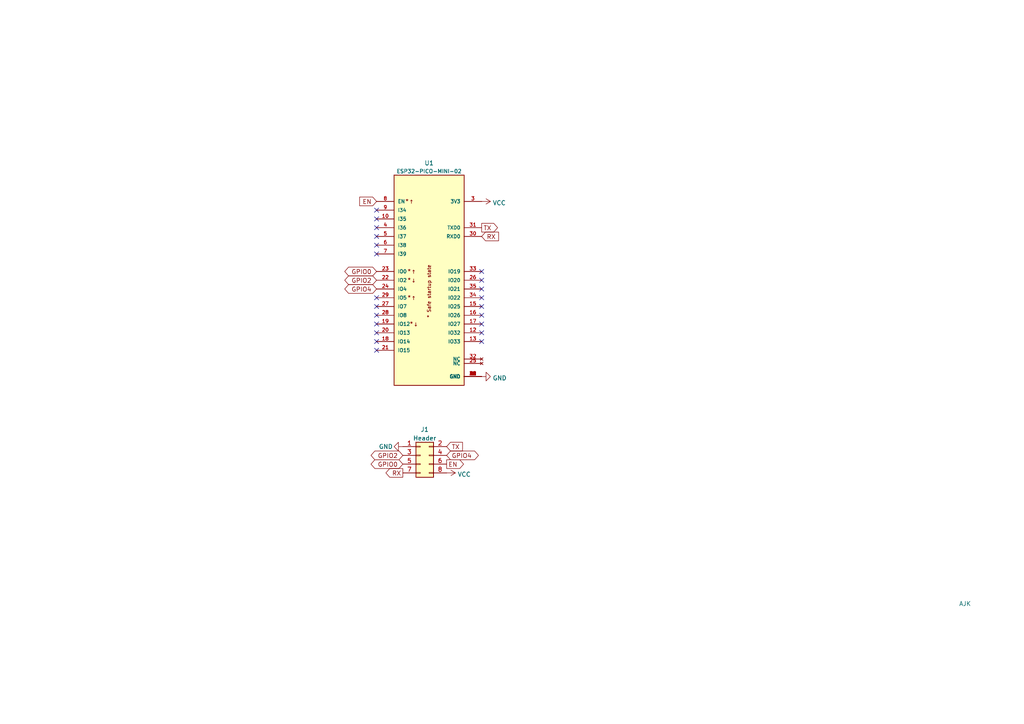
<source format=kicad_sch>
(kicad_sch (version 20230121) (generator eeschema)
  (paper "A4")
  (title_block (title "ESP01 style ESP32 board") (date "${DATE}") (rev "1") (comment 1 "@TheRealRevK") (comment 2 "www.me.uk"))
  (lib_symbols
    (symbol "Connector_Generic:Conn_02x04_Odd_Even" (pin_names (offset 1.016) hide)
      (property "Reference" "J1" (at 1.27 7.5098 0))
      (property "Value" "Header" (at 1.27 4.9729 0))
      (symbol "Conn_02x04_Odd_Even_1_1"
        (rectangle (start -1.27 -4.953) (end 0 -5.207) (stroke (width 0.1524)))
        (rectangle (start -1.27 -2.413) (end 0 -2.667) (stroke (width 0.1524)))
        (rectangle (start -1.27 0.127) (end 0 -0.127) (stroke (width 0.1524)))
        (rectangle (start -1.27 2.667) (end 0 2.413) (stroke (width 0.1524)))
        (rectangle (start -1.27 3.81) (end 3.81 -6.35) (stroke (width 0.254)) (fill (type background)))
        (rectangle (start 3.81 -4.953) (end 2.54 -5.207) (stroke (width 0.1524)))
        (rectangle (start 3.81 -2.413) (end 2.54 -2.667) (stroke (width 0.1524)))
        (rectangle (start 3.81 0.127) (end 2.54 -0.127) (stroke (width 0.1524)))
        (rectangle (start 3.81 2.667) (end 2.54 2.413) (stroke (width 0.1524)))
        (pin power_out line (at -5.08 2.54 0) (length 3.81) (name "Pin_1") (number "1"))
        (pin passive line (at 7.62 2.54 180) (length 3.81) (name "Pin_2") (number "2"))
        (pin passive line (at -5.08 0 0) (length 3.81) (name "Pin_3") (number "3"))
        (pin passive line (at 7.62 0 180) (length 3.81) (name "Pin_4") (number "4"))
        (pin passive line (at -5.08 -2.54 0) (length 3.81) (name "Pin_5") (number "5"))
        (pin passive line (at 7.62 -2.54 180) (length 3.81) (name "Pin_6") (number "6"))
        (pin passive line (at -5.08 -5.08 0) (length 3.81) (name "Pin_7") (number "7"))
        (pin power_out line (at 7.62 -5.08 180) (length 3.81) (name "Pin_8") (number "8"))
      )
    )
    (symbol "RevK:AJK" (pin_names (offset 1.016)) (in_bom no)
      (property "Value" "AJK" (at 0 0 0))
    )
    (symbol "RevK:ESP32-PICO-MINI-02" (pin_names (offset 1.016))
      (property "Reference" "U" (at -10.16 -33.02 0))
      (property "Value" "ESP32-PICO-MINI-02" (at 0 27.94 0))
      (symbol "ESP32-PICO-MINI-02_0_0"
        (rectangle (start -10.16 -30.48) (end 10.16 30.48) (stroke (width 0.254)) (fill (type background)))
        (text "* Safe startup state" (at 0 -3.175 900) (effects (font (size 1 1))))
        (text "*↑" (at -6.985 22.86 0) (effects (font (size 1.27 1.27)) (justify left)))
        (text "*↑" (at -6.35 -5.08 0) (effects (font (size 1.27 1.27)) (justify left)))
        (text "*↑" (at -6.35 2.54 0) (effects (font (size 1.27 1.27)) (justify left)))
        (text "*↓" (at -6.35 0 0) (effects (font (size 1.27 1.27)) (justify left)))
        (text "*↓" (at -5.715 -12.7 0) (effects (font (size 1.27 1.27)) (justify left)))
        (pin power_in line (at 15.24 -27.94 180) (length 5.08) (name "GND") (number "1"))
        (pin input line (at -15.24 17.78 0) (length 5.08) (name "I35") (number "10"))
        (pin power_in line (at 15.24 -27.94 180) (length 5.08) (name "GND") (number "11"))
        (pin bidirectional line (at 15.24 -15.24 180) (length 5.08) (name "IO32") (number "12"))
        (pin bidirectional line (at 15.24 -17.78 180) (length 5.08) (name "IO33") (number "13"))
        (pin power_in line (at 15.24 -27.94 180) (length 5.08) (name "GND") (number "14"))
        (pin bidirectional line (at 15.24 -7.62 180) (length 5.08) (name "IO25") (number "15"))
        (pin bidirectional line (at 15.24 -10.16 180) (length 5.08) (name "IO26") (number "16"))
        (pin bidirectional line (at 15.24 -12.7 180) (length 5.08) (name "IO27") (number "17"))
        (pin bidirectional line (at -15.24 -17.78 0) (length 5.08) (name "IO14") (number "18"))
        (pin bidirectional line (at -15.24 -12.7 0) (length 5.08) (name "IO12") (number "19"))
        (pin power_in line (at 15.24 -27.94 180) (length 5.08) (name "GND") (number "2"))
        (pin bidirectional line (at -15.24 -15.24 0) (length 5.08) (name "IO13") (number "20"))
        (pin bidirectional line (at -15.24 -20.32 0) (length 5.08) (name "IO15") (number "21"))
        (pin bidirectional line (at -15.24 0 0) (length 5.08) (name "IO2") (number "22"))
        (pin bidirectional line (at -15.24 2.54 0) (length 5.08) (name "IO0") (number "23"))
        (pin bidirectional line (at -15.24 -2.54 0) (length 5.08) (name "IO4") (number "24"))
        (pin no_connect line (at 15.24 -24.13 180) (length 5.08) (name "NC") (number "25"))
        (pin bidirectional line (at 15.24 0 180) (length 5.08) (name "IO20") (number "26"))
        (pin bidirectional line (at -15.24 -7.62 0) (length 5.08) (name "IO7") (number "27"))
        (pin bidirectional line (at -15.24 -10.16 0) (length 5.08) (name "IO8") (number "28"))
        (pin bidirectional line (at -15.24 -5.08 0) (length 5.08) (name "IO5") (number "29"))
        (pin power_in line (at 15.24 22.86 180) (length 5.08) (name "3V3") (number "3"))
        (pin bidirectional line (at 15.24 12.7 180) (length 5.08) (name "RXD0") (number "30"))
        (pin bidirectional line (at 15.24 15.24 180) (length 5.08) (name "TXD0") (number "31"))
        (pin no_connect line (at 15.24 -22.86 180) (length 5.08) (name "NC") (number "32"))
        (pin bidirectional line (at 15.24 2.54 180) (length 5.08) (name "IO19") (number "33"))
        (pin bidirectional line (at 15.24 -5.08 180) (length 5.08) (name "IO22") (number "34"))
        (pin bidirectional line (at 15.24 -2.54 180) (length 5.08) (name "IO21") (number "35"))
        (pin power_in line (at 15.24 -27.94 180) (length 5.08) (name "GND") (number "36"))
        (pin power_in line (at 15.24 -27.94 180) (length 5.08) (name "GND") (number "37"))
        (pin power_in line (at 15.24 -27.94 180) (length 5.08) (name "GND") (number "38"))
        (pin power_in line (at 15.24 -27.94 180) (length 5.08) (name "GND") (number "39"))
        (pin input line (at -15.24 15.24 0) (length 5.08) (name "I36") (number "4"))
        (pin power_in line (at 15.24 -27.94 180) (length 5.08) (name "GND") (number "40"))
        (pin power_in line (at 15.24 -27.94 180) (length 5.08) (name "GND") (number "41"))
        (pin power_in line (at 15.24 -27.94 180) (length 5.08) (name "GND") (number "42"))
        (pin power_in line (at 15.24 -27.94 180) (length 5.08) (name "GND") (number "43"))
        (pin power_in line (at 15.24 -27.94 180) (length 5.08) (name "GND") (number "44"))
        (pin power_in line (at 15.24 -27.94 180) (length 5.08) (name "GND") (number "45"))
        (pin power_in line (at 15.24 -27.94 180) (length 5.08) (name "GND") (number "46"))
        (pin power_in line (at 15.24 -27.94 180) (length 5.08) (name "GND") (number "47"))
        (pin power_in line (at 15.24 -27.94 180) (length 5.08) (name "GND") (number "48"))
        (pin power_in line (at 15.24 -27.94 180) (length 5.08) (name "GND") (number "49"))
        (pin input line (at -15.24 12.7 0) (length 5.08) (name "I37") (number "5"))
        (pin power_in line (at 15.24 -27.94 180) (length 5.08) (name "GND") (number "50"))
        (pin power_in line (at 15.24 -27.94 180) (length 5.08) (name "GND") (number "51"))
        (pin power_in line (at 15.24 -27.94 180) (length 5.08) (name "GND") (number "52"))
        (pin power_in line (at 15.24 -27.94 180) (length 5.08) (name "GND") (number "53"))
        (pin input line (at -15.24 10.16 0) (length 5.08) (name "I38") (number "6"))
        (pin input line (at -15.24 7.62 0) (length 5.08) (name "I39") (number "7"))
        (pin input line (at -15.24 22.86 0) (length 5.08) (name "EN") (number "8"))
        (pin input line (at -15.24 20.32 0) (length 5.08) (name "I34") (number "9"))
      )
    )
    (symbol "power:GND" (power) (pin_names (offset 0))
      (property "Value" "GND" (at 0 -3.81 0))
      (symbol "GND_0_1"
        (polyline (pts (xy 0 0) (xy 0 -1.27) (xy 1.27 -1.27) (xy 0 -2.54) (xy -1.27 -1.27) (xy 0 -1.27)))
      )
      (symbol "GND_1_1"
        (pin power_in line (at 0 0 270) (length 0) hide (name "GND") (number "1"))
      )
    )
    (symbol "power:VCC" (power) (pin_names (offset 0))
      (property "Value" "VCC" (at 0 3.81 0))
      (symbol "VCC_0_1"
        (polyline (pts (xy -0.762 1.27) (xy 0 2.54)))
        (polyline (pts (xy 0 0) (xy 0 2.54)))
        (polyline (pts (xy 0 2.54) (xy 0.762 1.27)))
      )
      (symbol "VCC_1_1"
        (pin power_in line (at 0 0 90) (length 0) hide (name "VCC") (number "1"))
      )
    )
  )
  (no_connect (at 139.7 99.06))
  (no_connect (at 139.7 96.52))
  (no_connect (at 139.7 93.98))
  (no_connect (at 139.7 91.44))
  (no_connect (at 109.22 66.04))
  (no_connect (at 109.22 68.58))
  (no_connect (at 109.22 71.12))
  (no_connect (at 109.22 73.66))
  (no_connect (at 109.22 86.36))
  (no_connect (at 109.22 88.9))
  (no_connect (at 109.22 91.44))
  (no_connect (at 109.22 93.98))
  (no_connect (at 109.22 96.52))
  (no_connect (at 109.22 99.06))
  (no_connect (at 109.22 101.6))
  (no_connect (at 139.7 88.9))
  (no_connect (at 139.7 86.36))
  (no_connect (at 139.7 83.82))
  (no_connect (at 139.7 81.28))
  (no_connect (at 139.7 78.74))
  (no_connect (at 109.22 63.5))
  (no_connect (at 109.22 60.96))
  (global_label "TX" (shape input) (at 129.54 129.54 0) (property "Intersheetrefs" "${INTERSHEET_REFS}" (effects hide)))
  (global_label "GPIO0" (shape bidirectional) (at 109.22 78.74 180) (property "Intersheetrefs" "${INTERSHEET_REFS}" (effects hide)))
  (global_label "GPIO0" (shape bidirectional) (at 116.84 134.62 180) (property "Intersheetrefs" "${INTERSHEET_REFS}" (effects hide)))
  (global_label "RX" (shape input) (at 139.7 68.58 0) (property "Intersheetrefs" "${INTERSHEET_REFS}" (effects hide)))
  (global_label "EN" (shape output) (at 129.54 134.62 0) (property "Intersheetrefs" "${INTERSHEET_REFS}" (effects hide)))
  (global_label "GPIO2" (shape bidirectional) (at 116.84 132.08 180) (property "Intersheetrefs" "${INTERSHEET_REFS}" (effects hide)))
  (global_label "GPIO4" (shape bidirectional) (at 129.54 132.08 0) (property "Intersheetrefs" "${INTERSHEET_REFS}" (effects hide)))
  (global_label "GPIO2" (shape bidirectional) (at 109.22 81.28 180) (property "Intersheetrefs" "${INTERSHEET_REFS}" (effects hide)))
  (global_label "GPIO4" (shape bidirectional) (at 109.22 83.82 180) (property "Intersheetrefs" "${INTERSHEET_REFS}" (effects hide)))
  (global_label "EN" (shape input) (at 109.22 58.42 180) (property "Intersheetrefs" "${INTERSHEET_REFS}" (effects hide)))
  (global_label "RX" (shape output) (at 116.84 137.16 180) (property "Intersheetrefs" "${INTERSHEET_REFS}" (effects hide)))
  (global_label "TX" (shape output) (at 139.7 66.04 0) (property "Intersheetrefs" "${INTERSHEET_REFS}" (effects hide)))
  (symbol (lib_id "power:GND") (at 139.7 109.22 90) (unit 1)
    (property "Reference" "#PWR04" (effects hide))
    (property "Value" "GND" (at 142.875 109.6538 90) (effects (justify right)))
  )
  (symbol (lib_id "power:GND") (at 116.84 129.54 270) (unit 1)
    (property "Reference" "#PWR01" (effects hide))
    (property "Value" "GND" (at 109.855 129.54 90) (effects (justify left)))
  )
  (symbol (lib_id "RevK:ESP32-PICO-MINI-02") (at 124.46 81.28 0) (unit 1)
    (property "Reference" "U1" (at 124.46 47.2898 0))
    (property "Value" "ESP32-PICO-MINI-02" (at 124.46 49.6739 0) (effects (font (size 1.1 1.1))))
    (property "Footprint" "RevK:ESP32-PICO-MINI-02" (effects hide))
    (property "MANUFACTURER" "Espressif" (effects hide))
    (property "MAXIMUM_PACKAGE_HEIGHT" "2.55mm" (effects hide))
    (property "PARTREV" "v1.0" (effects hide))
    (property "STANDARD" "Manufacturer Recommendations" (effects hide))
  )
  (symbol (lib_id "power:VCC") (at 129.54 137.16 270) (unit 1)
    (property "Reference" "#PWR02" (effects hide))
    (property "Value" "VCC" (at 132.715 137.5938 90) (effects (justify left)))
  )
  (symbol (lib_id "RevK:AJK") (at 277.495 174.625 0) (unit 1) (in_bom no)
    (property "Reference" "Logo1" (effects hide))
    (property "Value" "AJK" (at 278.13 175.104 0) (effects (justify left)))
    (property "Footprint" "RevK:AJK" (effects hide))
    (property "Note" "Non part, PCB printed" (effects hide))
  )
  (symbol (lib_id "power:VCC") (at 139.7 58.42 270) (unit 1)
    (property "Reference" "#PWR03" (effects hide))
    (property "Value" "VCC" (at 142.875 58.8538 90) (effects (justify left)))
  )
  (symbol (lib_id "Connector_Generic:Conn_02x04_Odd_Even") (at 121.92 132.08 0) (unit 1)
    (property "Reference" "J1" (at 123.19 124.5702 0))
    (property "Value" "Header" (at 123.19 127.1071 0))
    (property "Footprint" "Connector_PinHeader_2.54mm:PinHeader_2x04_P2.54mm_Vertical" (effects hide))
    (property "LCSC Part #" "v" (effects hide))
    (property "JLCPCB Rotation Offset" "90" (effects hide))
    (property "JLCPCB Position Offset" "3.81,-1.27" (effects hide))
  )
)
</source>
